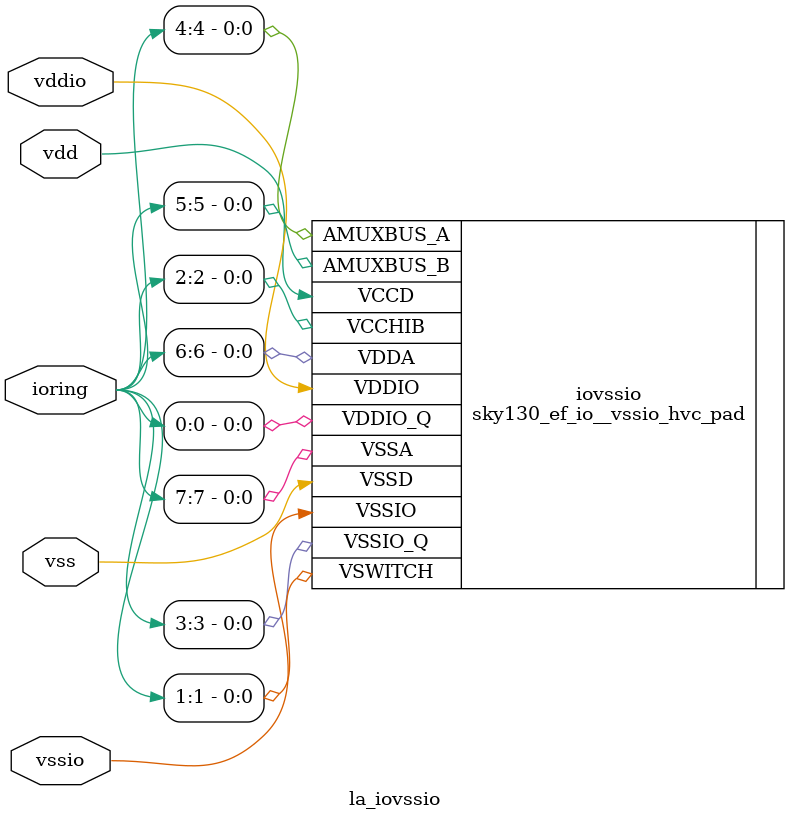
<source format=v>
module la_iovssio
  #(
    parameter TYPE  = "DEFAULT", // cell type
    parameter SIDE  = "NO",      // "NO", "SO", "EA", "WE"
    parameter RINGW =  8 // width of io ring
    )
   (
    inout 	      vdd, // core supply
    inout 	      vss, // core ground
    inout 	      vddio, // io supply
    inout 	      vssio, // io ground
    inout [RINGW-1:0] ioring // generic io-ring interface
    );

   sky130_ef_io__vssio_hvc_pad
     iovssio (
	      .VDDIO(vddio),
	      .VDDIO_Q(ioring[0]),
	      .VDDA(ioring[6]),
	      .VCCD(vdd),
	      .VSWITCH(ioring[1]),
	      .VCCHIB(ioring[2]),
	      .VSSA(ioring[7]),
	      .VSSD(vss),
	      .VSSIO_Q(ioring[3]),
	      .VSSIO(vssio),
	      .AMUXBUS_A(ioring[4]),
	      .AMUXBUS_B(ioring[5]));

endmodule

</source>
